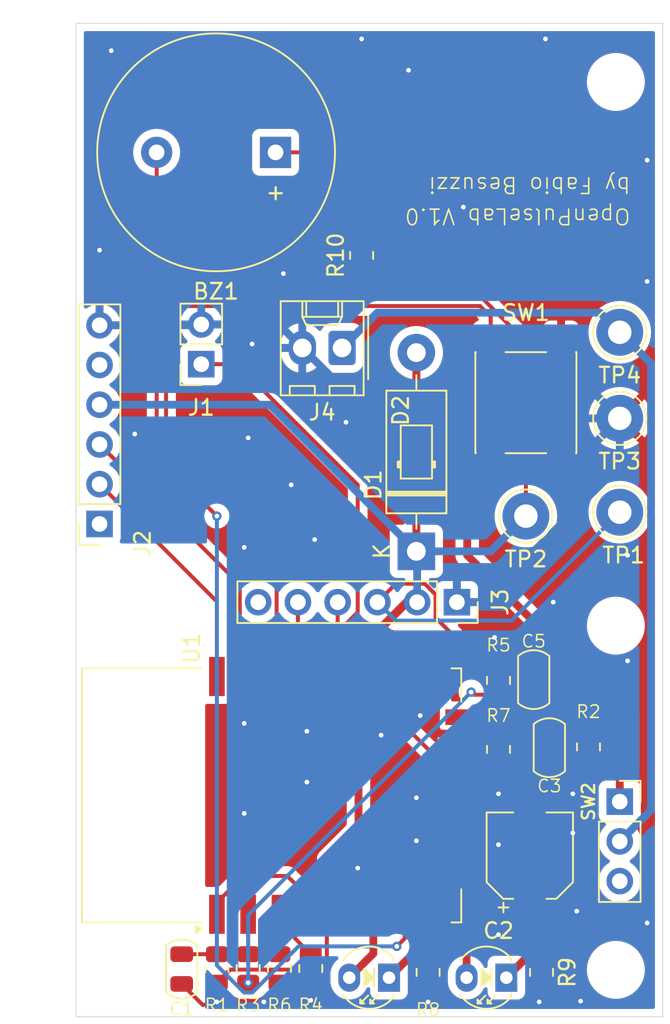
<source format=kicad_pcb>
(kicad_pcb (version 20241229) (generator "pcbnew") (generator_version "9.0")
  (layers (0 "F.Cu" signal) (2 "B.Cu" signal) (13 "F.Paste" user) (15 "B.Paste" user) (5 "F.SilkS" user "F.Silkscreen") (7 "B.SilkS" user "B.Silkscreen") (1 "F.Mask" user) (3 "B.Mask" user) (25 "Edge.Cuts" user))
  (net 0 "")
  (net 1 "GND")
  (net 2 "RST")
  (net 3 "VCC")
  (net 4 "Net-(J3-Pin_3)")
  (net 5 "Net-(D1-A)")
  (net 6 "Net-(U1-GPIO15)")
  (net 7 "ADC")
  (net 8 "Net-(R3-Pad2)")
  (net 9 "Net-(U1-EN)")
  (net 10 "Net-(U1-GPIO2)")
  (net 12 "LO-")
  (net 15 "Net-(BZ1-+)")
  (net 17 "TX")
  (net 18 "Net-(J1-Pin_1)")
  (net 21 "LO+")
  (net 23 "RX")
  (net 25 "BUZZER")
  (net 26 "Net-(J4-Pin_1)")
  (net 30 "LED")
  (net 31 "Net-(LED1-K)")
  (net 32 "Net-(LED2-K)")
  (footprint "MountingHole:MountingHole_3.2mm_M3" (layer "F.Cu") (at 97.5 66.25)
    (property "Reference" "REF**" (hide yes))
    (property "Value" "MountingHole_3.2mm_M3" (hide yes))
    (pad "" np_thru_hole circle (at 0 0) (size 3.2 3.2) (drill 3.2) (layers "*.Cu" "*.Mask"))
  )
  (footprint "Resistor_SMD:R_0805_2012Metric" (layer "F.Cu") (at 85.5 88.4125 -90)
    (property "Reference" "R8" (at 2.3875 0 180) (layer "F.SilkS") (effects (font (size 0.8 0.8) (thickness 0.1))))
    (property "Value" "100")
    (fp_line (start -0.227064 0.735) (end 0.227064 0.735) (stroke (width 0.12)) (layer "F.SilkS"))
    (fp_line (start -0.227064 -0.735) (end 0.227064 -0.735) (stroke (width 0.12)) (layer "F.SilkS"))
    (pad "1" smd roundrect (at -0.9125 0 270) (size 1.025 1.4) (layers "F.Cu" "F.Mask" "F.Paste") (roundrect_rratio 0.243902) (net 31 "Net-(LED1-K)"))
    (pad "2" smd roundrect (at 0.9125 0 270) (size 1.025 1.4) (layers "F.Cu" "F.Mask" "F.Paste") (roundrect_rratio 0.243902) (net 1 "GND"))
  )
  (footprint "Resistor_SMD:R_0805_2012Metric" (layer "F.Cu") (at 90 69.75 90)
    (property "Reference" "R5" (at 2.25 0 180) (layer "F.SilkS") (effects (font (size 0.8 0.8) (thickness 0.1) (bold yes))))
    (property "Value" "22K" (hide yes))
    (fp_line (start -0.227064 -0.735) (end 0.227064 -0.735) (stroke (width 0.12)) (layer "F.SilkS"))
    (fp_line (start -0.227064 0.735) (end 0.227064 0.735) (stroke (width 0.12)) (layer "F.SilkS"))
    (pad "1" smd roundrect (at -0.9125 0 90) (size 1.025 1.4) (layers "F.Cu" "F.Mask" "F.Paste") (roundrect_rratio 0.243902) (net 8 "Net-(R3-Pad2)"))
    (pad "2" smd roundrect (at 0.9125 0 90) (size 1.025 1.4) (layers "F.Cu" "F.Mask" "F.Paste") (roundrect_rratio 0.243902) (net 4 "Net-(J3-Pin_3)"))
  )
  (footprint "Capacitor_SMD:CP_Elec_5x5.3" (layer "F.Cu") (at 92 80.95 90)
    (property "Reference" "C2" (at -4.8 -2 180) (layer "F.SilkS"))
    (property "Value" "100uF")
    (fp_line (start 2.76 -2.76) (end 2.76 -1.06) (stroke (width 0.12)) (layer "F.SilkS"))
    (fp_line (start -1.695563 -2.76) (end 2.76 -2.76) (stroke (width 0.12)) (layer "F.SilkS"))
    (fp_line (start -3.3125 -1.9975) (end -3.3125 -1.3725) (stroke (width 0.12)) (layer "F.SilkS"))
    (fp_line (start -2.76 -1.695563) (end -1.695563 -2.76) (stroke (width 0.12)) (layer "F.SilkS"))
    (fp_line (start -2.76 -1.695563) (end -2.76 -1.06) (stroke (width 0.12)) (layer "F.SilkS"))
    (fp_line (start -3.625 -1.685) (end -3 -1.685) (stroke (width 0.12)) (layer "F.SilkS"))
    (fp_line (start -2.76 1.695563) (end -2.76 1.06) (stroke (width 0.12)) (layer "F.SilkS"))
    (fp_line (start -2.76 1.695563) (end -1.695563 2.76) (stroke (width 0.12)) (layer "F.SilkS"))
    (fp_line (start 2.76 2.76) (end 2.76 1.06) (stroke (width 0.12)) (layer "F.SilkS"))
    (fp_line (start -1.695563 2.76) (end 2.76 2.76) (stroke (width 0.12)) (layer "F.SilkS"))
    (pad "1" smd roundrect (at -2.2 0 90) (size 3 1.6) (layers "F.Cu" "F.Mask" "F.Paste") (roundrect_rratio 0.15625) (net 3 "VCC"))
    (pad "2" smd roundrect (at 2.2 0 90) (size 3 1.6) (layers "F.Cu" "F.Mask" "F.Paste") (roundrect_rratio 0.15625) (net 1 "GND"))
  )
  (footprint "Resistor_SMD:R_0805_2012Metric" (layer "F.Cu") (at 95.75 74 -90)
    (property "Reference" "R2" (at -2.25 0 180) (layer "F.SilkS") (effects (font (size 0.8 0.8) (thickness 0.1))))
    (property "Value" "1K" (hide yes))
    (fp_line (start -0.227064 0.735) (end 0.227064 0.735) (stroke (width 0.12)) (layer "F.SilkS"))
    (fp_line (start -0.227064 -0.735) (end 0.227064 -0.735) (stroke (width 0.12)) (layer "F.SilkS"))
    (pad "1" smd roundrect (at -0.9125 0 270) (size 1.025 1.4) (layers "F.Cu" "F.Mask" "F.Paste") (roundrect_rratio 0.243902) (net 6 "Net-(U1-GPIO15)"))
    (pad "2" smd roundrect (at 0.9125 0 270) (size 1.025 1.4) (layers "F.Cu" "F.Mask" "F.Paste") (roundrect_rratio 0.243902) (net 1 "GND"))
  )
  (footprint "Resistor_SMD:R_0805_2012Metric" (layer "F.Cu") (at 90 74.1625 90)
    (property "Reference" "R7" (at 2.1625 0 180) (layer "F.SilkS") (effects (font (size 0.8 0.8) (thickness 0.1) (bold yes))))
    (property "Value" "10K" (hide yes))
    (fp_line (start -0.227064 -0.735) (end 0.227064 -0.735) (stroke (width 0.12)) (layer "F.SilkS"))
    (fp_line (start -0.227064 0.735) (end 0.227064 0.735) (stroke (width 0.12)) (layer "F.SilkS"))
    (pad "1" smd roundrect (at -0.9125 0 90) (size 1.025 1.4) (layers "F.Cu" "F.Mask" "F.Paste") (roundrect_rratio 0.243902) (net 10 "Net-(U1-GPIO2)"))
    (pad "2" smd roundrect (at 0.9125 0 90) (size 1.025 1.4) (layers "F.Cu" "F.Mask" "F.Paste") (roundrect_rratio 0.243902) (net 1 "GND"))
  )
  (footprint "Resistor_SMD:R_0805_2012Metric" (layer "F.Cu") (at 72 88.1625 90)
    (property "Reference" "R1" (at -2.3375 0 0) (layer "F.SilkS") (effects (font (size 0.8 0.8) (thickness 0.1) (bold yes))))
    (property "Value" "10K" (hide yes))
    (fp_line (start -0.227064 -0.735) (end 0.227064 -0.735) (stroke (width 0.12)) (layer "F.SilkS"))
    (fp_line (start -0.227064 0.735) (end 0.227064 0.735) (stroke (width 0.12)) (layer "F.SilkS"))
    (pad "1" smd roundrect (at -0.9125 0 90) (size 1.025 1.4) (layers "F.Cu" "F.Mask" "F.Paste") (roundrect_rratio 0.243902) (net 3 "VCC"))
    (pad "2" smd roundrect (at 0.9125 0 90) (size 1.025 1.4) (layers "F.Cu" "F.Mask" "F.Paste") (roundrect_rratio 0.243902) (net 2 "RST"))
  )
  (footprint "Resistor_SMD:R_0805_2012Metric" (layer "F.Cu") (at 78 88.1625 90)
    (property "Reference" "R4" (at -2.3375 0 180) (layer "F.SilkS") (effects (font (size 0.8 0.8) (thickness 0.1) (bold yes))))
    (property "Value" "22K" (hide yes))
    (fp_line (start -0.227064 -0.735) (end 0.227064 -0.735) (stroke (width 0.12)) (layer "F.SilkS"))
    (fp_line (start -0.227064 0.735) (end 0.227064 0.735) (stroke (width 0.12)) (layer "F.SilkS"))
    (pad "1" smd roundrect (at -0.9125 0 90) (size 1.025 1.4) (layers "F.Cu" "F.Mask" "F.Paste") (roundrect_rratio 0.243902) (net 1 "GND"))
    (pad "2" smd roundrect (at 0.9125 0 90) (size 1.025 1.4) (layers "F.Cu" "F.Mask" "F.Paste") (roundrect_rratio 0.243902) (net 7 "ADC"))
  )
  (footprint "Button_Switch_SMD:SW_Push_1P1T_NO_6x6mm_H9.5mm" (layer "F.Cu") (at 91.75 52 -90)
    (property "Reference" "SW1" (at -5.75 0 180) (layer "F.SilkS"))
    (property "Value" "SW_Push")
    (fp_line (start -3.23 3.23) (end 3.23 3.23) (stroke (width 0.12)) (layer "F.SilkS"))
    (fp_line (start -3.23 3.23) (end -3.23 3.2) (stroke (width 0.12)) (layer "F.SilkS"))
    (fp_line (start 3.23 3.23) (end 3.23 3.2) (stroke (width 0.12)) (layer "F.SilkS"))
    (fp_line (start -3.23 -1.3) (end -3.23 1.3) (stroke (width 0.12)) (layer "F.SilkS"))
    (fp_line (start 3.23 -1.3) (end 3.23 1.3) (stroke (width 0.12)) (layer "F.SilkS"))
    (fp_line (start -3.23 -3.2) (end -3.23 -3.23) (stroke (width 0.12)) (layer "F.SilkS"))
    (fp_line (start -3.23 -3.23) (end 3.23 -3.23) (stroke (width 0.12)) (layer "F.SilkS"))
    (fp_line (start 3.23 -3.23) (end 3.23 -3.2) (stroke (width 0.12)) (layer "F.SilkS"))
    (pad "1" smd rect (at -3.975 -2.25 270) (size 1.55 1.3) (layers "F.Cu" "F.Mask" "F.Paste") (net 1 "GND"))
    (pad "1" smd rect (at 3.975 -2.25 270) (size 1.55 1.3) (layers "F.Cu" "F.Mask" "F.Paste") (net 1 "GND"))
    (pad "2" smd rect (at -3.975 2.25 270) (size 1.55 1.3) (layers "F.Cu" "F.Mask" "F.Paste") (net 2 "RST"))
    (pad "2" smd rect (at 3.975 2.25 270) (size 1.55 1.3) (layers "F.Cu" "F.Mask" "F.Paste") (net 2 "RST"))
  )
  (footprint "Connector_PinSocket_2.54mm:PinSocket_1x02_P2.54mm_Vertical" (layer "F.Cu") (at 71 49.54 180)
    (property "Reference" "J1" (at 0 -2.77 0) (layer "F.SilkS"))
    (property "Value" "PROG")
    (fp_line (start 1.33 1.27) (end 1.33 3.87) (stroke (width 0.12)) (layer "F.SilkS"))
    (fp_line (start 1.33 -1.33) (end 1.33 0) (stroke (width 0.12)) (layer "F.SilkS"))
    (fp_line (start 0 -1.33) (end 1.33 -1.33) (stroke (width 0.12)) (layer "F.SilkS"))
    (fp_line (start -1.33 3.87) (end 1.33 3.87) (stroke (width 0.12)) (layer "F.SilkS"))
    (fp_line (start -1.33 1.27) (end 1.33 1.27) (stroke (width 0.12)) (layer "F.SilkS"))
    (fp_line (start -1.33 1.27) (end -1.33 3.87) (stroke (width 0.12)) (layer "F.SilkS"))
    (pad "1" thru_hole rect (at 0 0 180) (size 1.7 1.7) (drill 1) (layers "*.Cu" "*.Mask") (net 18 "Net-(J1-Pin_1)"))
    (pad "2" thru_hole oval (at 0 2.54 180) (size 1.7 1.7) (drill 1) (layers "*.Cu" "*.Mask") (net 1 "GND"))
  )
  (footprint "Connector_PinSocket_2.54mm:PinSocket_1x06_P2.54mm_Vertical" (layer "F.Cu") (at 87.34 64.75 -90)
    (property "Reference" "J3" (at 0 -2.77 90) (layer "F.SilkS"))
    (property "Value" "ECG")
    (fp_line (start -1.33 14.03) (end 1.33 14.03) (stroke (width 0.12)) (layer "F.SilkS"))
    (fp_line (start -1.33 1.27) (end -1.33 14.03) (stroke (width 0.12)) (layer "F.SilkS"))
    (fp_line (start -1.33 1.27) (end 1.33 1.27) (stroke (width 0.12)) (layer "F.SilkS"))
    (fp_line (start 1.33 1.27) (end 1.33 14.03) (stroke (width 0.12)) (layer "F.SilkS"))
    (fp_line (start 0 -1.33) (end 1.33 -1.33) (stroke (width 0.12)) (layer "F.SilkS"))
    (fp_line (start 1.33 -1.33) (end 1.33 0) (stroke (width 0.12)) (layer "F.SilkS"))
    (pad "1" thru_hole rect (at 0 0 270) (size 1.7 1.7) (drill 1) (layers "*.Cu" "*.Mask") (net 1 "GND"))
    (pad "2" thru_hole oval (at 0 2.54 270) (size 1.7 1.7) (drill 1) (layers "*.Cu" "*.Mask") (net 3 "VCC"))
    (pad "3" thru_hole oval (at 0 5.08 270) (size 1.7 1.7) (drill 1) (layers "*.Cu" "*.Mask") (net 4 "Net-(J3-Pin_3)"))
    (pad "4" thru_hole oval (at 0 7.62 270) (size 1.7 1.7) (drill 1) (layers "*.Cu" "*.Mask") (net 12 "LO-"))
    (pad "5" thru_hole oval (at 0 10.16 270) (size 1.7 1.7) (drill 1) (layers "*.Cu" "*.Mask") (net 21 "LO+"))
    (pad "6" thru_hole oval (at 0 12.7 270) (size 1.7 1.7) (drill 1) (layers "*.Cu" "*.Mask"))
  )
  (footprint "TestPoint:TestPoint_Loop_D2.54mm_Drill1.5mm_Beaded" (layer "F.Cu") (at 97.75 53)
    (property "Reference" "TP3" (at 0 2.75 0) (layer "F.SilkS"))
    (property "Value" "TestPoint" (hide yes))
    (fp_circle (center 0 0) (end 1.7 0) (stroke (width 0.12)) (fill no) (layer "F.SilkS"))
    (pad "1" thru_hole circle (at 0 0) (size 3 3) (drill 1.5) (layers "*.Cu" "*.Mask") (net 1 "GND"))
  )
  (footprint "Resistor_SMD:R_0805_2012Metric" (layer "F.Cu") (at 74 88.1625 -90)
    (property "Reference" "R3" (at 2.3375 0 0) (layer "F.SilkS") (effects (font (size 0.8 0.8) (thickness 0.1) (bold yes))))
    (property "Value" "22K" (hide yes))
    (fp_line (start -0.227064 0.735) (end 0.227064 0.735) (stroke (width 0.12)) (layer "F.SilkS"))
    (fp_line (start -0.227064 -0.735) (end 0.227064 -0.735) (stroke (width 0.12)) (layer "F.SilkS"))
    (pad "1" smd roundrect (at -0.9125 0 270) (size 1.025 1.4) (layers "F.Cu" "F.Mask" "F.Paste") (roundrect_rratio 0.243902) (net 7 "ADC"))
    (pad "2" smd roundrect (at 0.9125 0 270) (size 1.025 1.4) (layers "F.Cu" "F.Mask" "F.Paste") (roundrect_rratio 0.243902) (net 8 "Net-(R3-Pad2)"))
  )
  (footprint "Connector_PinSocket_2.54mm:PinSocket_1x06_P2.54mm_Vertical" (layer "F.Cu") (at 64.5 59.75 180)
    (property "Reference" "J2" (at -2.75 -1.25 90) (layer "F.SilkS"))
    (property "Value" "Programmazione")
    (fp_line (start 1.33 1.27) (end 1.33 14.03) (stroke (width 0.12)) (layer "F.SilkS"))
    (fp_line (start 1.33 -1.33) (end 1.33 0) (stroke (width 0.12)) (layer "F.SilkS"))
    (fp_line (start 0 -1.33) (end 1.33 -1.33) (stroke (width 0.12)) (layer "F.SilkS"))
    (fp_line (start -1.33 14.03) (end 1.33 14.03) (stroke (width 0.12)) (layer "F.SilkS"))
    (fp_line (start -1.33 1.27) (end 1.33 1.27) (stroke (width 0.12)) (layer "F.SilkS"))
    (fp_line (start -1.33 1.27) (end -1.33 14.03) (stroke (width 0.12)) (layer "F.SilkS"))
    (pad "1" thru_hole rect (at 0 0 180) (size 1.7 1.7) (drill 1) (layers "*.Cu" "*.Mask"))
    (pad "2" thru_hole oval (at 0 2.54 180) (size 1.7 1.7) (drill 1) (layers "*.Cu" "*.Mask") (net 17 "TX"))
    (pad "3" thru_hole oval (at 0 5.08 180) (size 1.7 1.7) (drill 1) (layers "*.Cu" "*.Mask") (net 23 "RX"))
    (pad "4" thru_hole oval (at 0 7.62 180) (size 1.7 1.7) (drill 1) (layers "*.Cu" "*.Mask") (net 3 "VCC"))
    (pad "5" thru_hole oval (at 0 10.16 180) (size 1.7 1.7) (drill 1) (layers "*.Cu" "*.Mask"))
    (pad "6" thru_hole oval (at 0 12.7 180) (size 1.7 1.7) (drill 1) (layers "*.Cu" "*.Mask") (net 1 "GND"))
  )
  (footprint "Connector_Molex:Molex_KK-254_AE-6410-02A_1x02_P2.54mm_Vertical" (layer "F.Cu") (at 80 48.5 180)
    (property "Reference" "J4" (at 1.27 -4.12 0) (layer "F.SilkS"))
    (property "Value" "BATT")
    (fp_line (start 3.92 2.99) (end 3.92 -3.03) (stroke (width 0.12)) (layer "F.SilkS"))
    (fp_line (start 3.92 -3.03) (end -1.38 -3.03) (stroke (width 0.12)) (layer "F.SilkS"))
    (fp_line (start 3.34 -2.43) (end 3.34 -3.03) (stroke (width 0.12)) (layer "F.SilkS"))
    (fp_line (start 2.54 1.99) (end 2.54 2.99) (stroke (width 0.12)) (layer "F.SilkS"))
    (fp_line (start 2.29 2.99) (end 2.29 1.99) (stroke (width 0.12)) (layer "F.SilkS"))
    (fp_line (start 2.29 1.46) (end 2.54 1.99) (stroke (width 0.12)) (layer "F.SilkS"))
    (fp_line (start 1.74 -2.43) (end 3.34 -2.43) (stroke (width 0.12)) (layer "F.SilkS"))
    (fp_line (start 1.74 -3.03) (end 1.74 -2.43) (stroke (width 0.12)) (layer "F.SilkS"))
    (fp_line (start 0.8 -2.43) (end 0.8 -3.03) (stroke (width 0.12)) (layer "F.SilkS"))
    (fp_line (start 0.25 2.99) (end 0.25 1.99) (stroke (width 0.12)) (layer "F.SilkS"))
    (fp_line (start 0.25 1.46) (end 2.29 1.46) (stroke (width 0.12)) (layer "F.SilkS"))
    (fp_line (start 0 2.99) (end 0 1.99) (stroke (width 0.12)) (layer "F.SilkS"))
    (fp_line (start 0 1.99) (end 2.54 1.99) (stroke (width 0.12)) (layer "F.SilkS"))
    (fp_line (start 0 1.99) (end 0.25 1.46) (stroke (width 0.12)) (layer "F.SilkS"))
    (fp_line (start -0.8 -2.43) (end 0.8 -2.43) (stroke (width 0.12)) (layer "F.SilkS"))
    (fp_line (start -0.8 -3.03) (end -0.8 -2.43) (stroke (width 0.12)) (layer "F.SilkS"))
    (fp_line (start -1.38 2.99) (end 3.92 2.99) (stroke (width 0.12)) (layer "F.SilkS"))
    (fp_line (start -1.38 -3.03) (end -1.38 2.99) (stroke (width 0.12)) (layer "F.SilkS"))
    (fp_line (start -1.67 -2) (end -1.67 2) (stroke (width 0.12)) (layer "F.SilkS"))
    (pad "1" thru_hole roundrect (at 0 0 180) (size 1.74 2.19) (drill 1.19) (layers "*.Cu" "*.Mask") (roundrect_rratio 0.143678) (net 26 "Net-(J4-Pin_1)"))
    (pad "2" thru_hole oval (at 2.54 0 180) (size 1.74 2.19) (drill 1.19) (layers "*.Cu" "*.Mask") (net 1 "GND"))
  )
  (footprint "Connector_PinSocket_2.54mm:PinSocket_1x03_P2.54mm_Vertical" (layer "F.Cu") (at 97.75 77.5)
    (property "Reference" "SW2" (at -2 0 90) (layer "F.SilkS") (effects (font (size 0.8 0.8))))
    (property "Value" "SW_DIP_x01" (hide yes))
    (fp_line (start -1.33 1.27) (end -1.33 6.41) (stroke (width 0.12)) (layer "F.SilkS"))
    (fp_line (start -1.33 1.27) (end 1.33 1.27) (stroke (width 0.12)) (layer "F.SilkS"))
    (fp_line (start -1.33 6.41) (end 1.33 6.41) (stroke (width 0.12)) (layer "F.SilkS"))
    (fp_line (start 0 -1.33) (end 1.33 -1.33) (stroke (width 0.12)) (layer "F.SilkS"))
    (fp_line (start 1.33 -1.33) (end 1.33 0) (stroke (width 0.12)) (layer "F.SilkS"))
    (fp_line (start 1.33 1.27) (end 1.33 6.41) (stroke (width 0.12)) (layer "F.SilkS"))
    (pad "1" thru_hole rect (at 0 0) (size 1.7 1.7) (drill 1) (layers "*.Cu" "*.Mask") (net 5 "Net-(D1-A)"))
    (pad "2" thru_hole oval (at 0 2.54) (size 1.7 1.7) (drill 1) (layers "*.Cu" "*.Mask") (net 26 "Net-(J4-Pin_1)"))
    (pad "3" thru_hole oval (at 0 5.08) (size 1.7 1.7) (drill 1) (layers "*.Cu" "*.Mask"))
  )
  (footprint "TestPoint:TestPoint_Loop_D2.54mm_Drill1.5mm_Beaded" (layer "F.Cu") (at 97.75 47.5)
    (property "Reference" "TP4" (at 0 2.75 0) (layer "F.SilkS"))
    (property "Value" "TestPoint" (hide yes))
    (fp_circle (center 0 0) (end 1.7 0) (stroke (width 0.12)) (fill no) (layer "F.SilkS"))
    (pad "1" thru_hole circle (at 0 0) (size 3 3) (drill 1.5) (layers "*.Cu" "*.Mask") (net 26 "Net-(J4-Pin_1)"))
  )
  (footprint "TestPoint:TestPoint_Loop_D2.54mm_Drill1.5mm_Beaded" (layer "F.Cu") (at 91.75 59.25)
    (property "Reference" "TP2" (at 0 2.75 0) (layer "F.SilkS"))
    (property "Value" "TestPoint" (hide yes))
    (fp_circle (center 0 0) (end 1.7 0) (stroke (width 0.12)) (fill no) (layer "F.SilkS"))
    (pad "1" thru_hole circle (at 0 0) (size 3 3) (drill 1.5) (layers "*.Cu" "*.Mask") (net 3 "VCC"))
  )
  (footprint "PCM_LED_THT_AKL:LED_D3.0mm" (layer "F.Cu") (at 90.5 88.75 180)
    (property "Reference" "LED2" (hide yes))
    (property "Value" "POWER" (hide yes))
    (fp_line (start 1.3335 -1.143) (end 1.8415 -1.651) (stroke (width 0.12)) (layer "F.SilkS"))
    (fp_line (start 0.9525 -0.5715) (end 0.9525 0.5715) (stroke (width 0.12)) (layer "F.SilkS"))
    (fp_line (start 0.6985 -1.143) (end 1.2065 -1.651) (stroke (width 0.12)) (layer "F.SilkS"))
    (fp_line (start -0.29 1.05) (end -0.29 1.236) (stroke (width 0.12)) (layer "F.SilkS"))
    (fp_line (start -0.29 -1.236) (end -0.29 -1.05) (stroke (width 0.12)) (layer "F.SilkS"))
    (fp_arc (start 2.942335 1.078608) (mid 1.366487 1.987659) (end -0.29 1.235516) (stroke (width 0.12)) (layer "F.SilkS"))
    (fp_arc (start -0.29 -1.235516) (mid 1.366487 -1.987659) (end 2.942335 -1.078608) (stroke (width 0.12)) (layer "F.SilkS"))
    (fp_poly (pts (xy 1.8415 -1.397) (xy 1.5875 -1.651) (xy 1.8415 -1.651)) (stroke (width 0.12)) (fill yes) (layer "F.SilkS"))
    (fp_poly (pts (xy 1.5875 0.5715) (xy 0.9525 0) (xy 1.5875 -0.5715)) (stroke (width 0.12)) (fill yes) (layer "F.SilkS"))
    (fp_poly (pts (xy 1.2065 -1.397) (xy 0.9525 -1.651) (xy 1.2065 -1.651)) (stroke (width 0.12)) (fill yes) (layer "F.SilkS"))
    (pad "1" thru_hole rect (at 0 0 180) (size 1.4 1.8) (drill 0.8) (layers "*.Cu" "*.Mask") (net 32 "Net-(LED2-K)"))
    (pad "2" thru_hole oval (at 2.54 0 180) (size 1.4 1.8) (drill 0.8) (layers "*.Cu" "*.Mask") (net 3 "VCC"))
  )
  (footprint "Diode_THT:D_DO-15_P12.70mm_Horizontal" (layer "F.Cu") (at 84.75 61.5 90)
    (property "Reference" "D1" (at 4.25 -2.75 90) (layer "F.SilkS"))
    (property "Value" "D")
    (fp_line (start 10.27 -1.92) (end 2.43 -1.92) (stroke (width 0.12)) (layer "F.SilkS"))
    (fp_line (start 3.81 -1.92) (end 3.81 1.92) (stroke (width 0.12)) (layer "F.SilkS"))
    (fp_line (start 3.69 -1.92) (end 3.69 1.92) (stroke (width 0.12)) (layer "F.SilkS"))
    (fp_line (start 3.57 -1.92) (end 3.57 1.92) (stroke (width 0.12)) (layer "F.SilkS"))
    (fp_line (start 2.43 -1.92) (end 2.43 1.92) (stroke (width 0.12)) (layer "F.SilkS"))
    (fp_line (start 11.26 0) (end 10.27 0) (stroke (width 0.12)) (layer "F.SilkS"))
    (fp_line (start 1.44 0) (end 2.43 0) (stroke (width 0.12)) (layer "F.SilkS"))
    (fp_line (start 10.27 1.92) (end 10.27 -1.92) (stroke (width 0.12)) (layer "F.SilkS"))
    (fp_line (start 2.43 1.92) (end 10.27 1.92) (stroke (width 0.12)) (layer "F.SilkS"))
    (fp_text user "K" (at 0 -2.2 90) (layer "F.SilkS"))
    (pad "1" thru_hole rect (at 0 0 90) (size 2.4 2.4) (drill 1.2) (layers "*.Cu" "*.Mask") (net 3 "VCC"))
    (pad "2" thru_hole oval (at 12.7 0 90) (size 2.4 2.4) (drill 1.2) (layers "*.Cu" "*.Mask") (net 5 "Net-(D1-A)"))
  )
  (footprint "PCM_Diode_SMD_AKL:D_0805_2012Metric" (layer "F.Cu") (at 84.75 55.15 90)
    (property "Reference" "D2" (at 2.65 -1 90) (layer "F.SilkS"))
    (property "Value" "D" (hide yes))
    (fp_line (start 1.7 -1) (end 1.7 1) (stroke (width 0.12)) (layer "F.SilkS"))
    (fp_line (start -1.7 -1) (end 1.7 -1) (stroke (width 0.12)) (layer "F.SilkS"))
    (fp_line (start -1.7 -0.127) (end -1.7 -1) (stroke (width 0.12)) (layer "F.SilkS"))
    (fp_line (start 1.7 1) (end -1.7 1) (stroke (width 0.12)) (layer "F.SilkS"))
    (fp_line (start -1.7 1) (end -1.7 -0.127) (stroke (width 0.12)) (layer "F.SilkS"))
    (fp_poly (pts (xy -0.6 -1) (xy -1 -1) (xy -1 -1.2) (xy -0.6 -1.2)) (stroke (width 0.1)) (fill yes) (layer "F.SilkS"))
    (fp_poly (pts (xy -0.6 1.2) (xy -1 1.2) (xy -1 1) (xy -0.6 1)) (stroke (width 0.1)) (fill yes) (layer "F.SilkS"))
    (pad "1" smd roundrect (at -0.9375 0 90) (size 0.975 1.4) (layers "F.Cu" "F.Mask" "F.Paste") (net 3 "VCC"))
    (pad "2" smd roundrect (at 0.9375 0 90) (size 0.975 1.4) (layers "F.Cu" "F.Mask" "F.Paste") (net 5 "Net-(D1-A)"))
  )
  (footprint "PCM_LED_THT_AKL:LED_D3.0mm" (layer "F.Cu") (at 83 88.75 180)
    (property "Reference" "LED1" (hide yes))
    (property "Value" "ERROR" (hide yes))
    (fp_line (start 1.3335 -1.143) (end 1.8415 -1.651) (stroke (width 0.12)) (layer "F.SilkS"))
    (fp_line (start 0.9525 -0.5715) (end 0.9525 0.5715) (stroke (width 0.12)) (layer "F.SilkS"))
    (fp_line (start 0.6985 -1.143) (end 1.2065 -1.651) (stroke (width 0.12)) (layer "F.SilkS"))
    (fp_line (start -0.29 1.05) (end -0.29 1.236) (stroke (width 0.12)) (layer "F.SilkS"))
    (fp_line (start -0.29 -1.236) (end -0.29 -1.05) (stroke (width 0.12)) (layer "F.SilkS"))
    (fp_arc (start 2.942335 1.078608) (mid 1.366487 1.987659) (end -0.29 1.235516) (stroke (width 0.12)) (layer "F.SilkS"))
    (fp_arc (start -0.29 -1.235516) (mid 1.366487 -1.987659) (end 2.942335 -1.078608) (stroke (width 0.12)) (layer "F.SilkS"))
    (fp_poly (pts (xy 1.8415 -1.397) (xy 1.5875 -1.651) (xy 1.8415 -1.651)) (stroke (width 0.12)) (fill yes) (layer "F.SilkS"))
    (fp_poly (pts (xy 1.5875 0.5715) (xy 0.9525 0) (xy 1.5875 -0.5715)) (stroke (width 0.12)) (fill yes) (layer "F.SilkS"))
    (fp_poly (pts (xy 1.2065 -1.397) (xy 0.9525 -1.651) (xy 1.2065 -1.651)) (stroke (width 0.12)) (fill yes) (layer "F.SilkS"))
    (pad "1" thru_hole rect (at 0 0 180) (size 1.4 1.8) (drill 0.8) (layers "*.Cu" "*.Mask") (net 31 "Net-(LED1-K)"))
    (pad "2" thru_hole oval (at 2.54 0 180) (size 1.4 1.8) (drill 0.8) (layers "*.Cu" "*.Mask") (net 30 "LED"))
  )
  (footprint "MountingHole:MountingHole_3.2mm_M3" (layer "F.Cu") (at 66 66.25)
    (property "Reference" "REF**" (hide yes))
    (property "Value" "MountingHole_3.2mm_M3" (hide yes))
    (pad "" np_thru_hole circle (at 0 0) (size 3.2 3.2) (drill 3.2) (layers "*.Cu" "*.Mask"))
  )
  (footprint "MountingHole:MountingHole_3.2mm_M3" (layer "F.Cu") (at 97.5 31.5)
    (property "Reference" "REF**" (hide yes))
    (property "Value" "MountingHole_3.2mm_M3" (hide yes))
    (pad "" np_thru_hole circle (at 0 0) (size 3.2 3.2) (drill 3.2) (layers "*.Cu" "*.Mask"))
  )
  (footprint "PCM_Capacitor_SMD_AKL:C_0805_2012Metric" (layer "F.Cu") (at 69.75 88.2 -90)
    (property "Reference" "C1" (at 2.55 0 0) (layer "F.SilkS") (effects (font (size 0.8 0.8) (thickness 0.1) (bold yes))))
    (property "Value" "0,1uF" (hide yes))
    (fp_line (start -1.5 1) (end 1.5 1) (stroke (width 0.12)) (layer "F.SilkS"))
    (fp_line (start 1.5 -1) (end -1.5 -1) (stroke (width 0.12)) (layer "F.SilkS"))
    (fp_arc (start -1.5 1) (mid -1.880894 0) (end -1.5 -1) (stroke (width 0.12)) (layer "F.SilkS"))
    (fp_arc (start 1.5 -1) (mid 1.880894 0) (end 1.5 1) (stroke (width 0.12)) (layer "F.SilkS"))
    (pad "1" smd roundrect (at -0.95 0 270) (size 1 1.45) (layers "F.Cu" "F.Mask" "F.Paste") (net 2 "RST"))
    (pad "2" smd roundrect (at 0.95 0 270) (size 1 1.45) (layers "F.Cu" "F.Mask" "F.Paste") (net 1 "GND"))
  )
  (footprint "Resistor_SMD:R_0805_2012Metric" (layer "F.Cu") (at 92.75 88.4125 -90)
    (property "Reference" "R9" (at 0 -1.65 90) (layer "F.SilkS"))
    (property "Value" "100")
    (fp_line (start -0.227064 0.735) (end 0.227064 0.735) (stroke (width 0.12)) (layer "F.SilkS"))
    (fp_line (start -0.227064 -0.735) (end 0.227064 -0.735) (stroke (width 0.12)) (layer "F.SilkS"))
    (pad "1" smd roundrect (at -0.9125 0 270) (size 1.025 1.4) (layers "F.Cu" "F.Mask" "F.Paste") (roundrect_rratio 0.243902) (net 32 "Net-(LED2-K)"))
    (pad "2" smd roundrect (at 0.9125 0 270) (size 1.025 1.4) (layers "F.Cu" "F.Mask" "F.Paste") (roundrect_rratio 0.243902) (net 1 "GND"))
  )
  (footprint "MountingHole:MountingHole_3.2mm_M3" (layer "F.Cu") (at 97.5 88.25)
    (property "Reference" "REF**" (hide yes))
    (property "Value" "MountingHole_3.2mm_M3" (hide yes))
    (pad "" np_thru_hole circle (at 0 0) (size 3.2 3.2) (drill 3.2) (layers "*.Cu" "*.Mask"))
  )
  (footprint "TestPoint:TestPoint_Loop_D2.54mm_Drill1.5mm_Beaded" (layer "F.Cu") (at 97.75 59)
    (property "Reference" "TP1" (at 0.25 2.75 0) (layer "F.SilkS"))
    (property "Value" "TestPoint" (hide yes))
    (fp_circle (center 0 0) (end 1.7 0) (stroke (width 0.12)) (fill no) (layer "F.SilkS"))
    (pad "1" thru_hole circle (at 0 0) (size 3 3) (drill 1.5) (layers "*.Cu" "*.Mask") (net 4 "Net-(J3-Pin_3)"))
  )
  (footprint "PCM_Capacitor_SMD_AKL:C_0805_2012Metric" (layer "F.Cu") (at 92.25 69.7 -90)
    (property "Reference" "C5" (at -2.45 0 0) (layer "F.SilkS") (effects (font (size 0.8 0.8) (thickness 0.1) (bold yes))))
    (property "Value" "C" (hide yes))
    (fp_line (start -1.5 1) (end 1.5 1) (stroke (width 0.12)) (layer "F.SilkS"))
    (fp_line (start 1.5 -1) (end -1.5 -1) (stroke (width 0.12)) (layer "F.SilkS"))
    (fp_arc (start -1.5 1) (mid -1.880894 0) (end -1.5 -1) (stroke (width 0.12)) (layer "F.SilkS"))
    (fp_arc (start 1.5 -1) (mid 1.880894 0) (end 1.5 1) (stroke (width 0.12)) (layer "F.SilkS"))
    (pad "1" smd roundrect (at -0.95 0 270) (size 1 1.45) (layers "F.Cu" "F.Mask" "F.Paste") (net 4 "Net-(J3-Pin_3)"))
    (pad "2" smd roundrect (at 0.95 0 270) (size 1 1.45) (layers "F.Cu" "F.Mask" "F.Paste") (net 1 "GND"))
  )
  (footprint "RF_Module:ESP-12E" (layer "F.Cu") (at 75.5 77.1 90)
    (property "Reference" "U1" (at 9.4 -5.1 90) (layer "F.SilkS"))
    (property "Value" "ESP-12F")
    (fp_line (start 8.12 -12.12) (end 8.12 -4.5) (stroke (width 0.12)) (layer "F.SilkS"))
    (fp_line (start -8.12 -12.12) (end 8.12 -12.12) (stroke (width 0.12)) (layer "F.SilkS"))
    (fp_line (start -8.12 -4.5) (end -8.12 -12.12) (stroke (width 0.12)) (layer "F.SilkS"))
    (fp_line (start 8.12 11.5) (end 8.12 12.12) (stroke (width 0.12)) (layer "F.SilkS"))
    (fp_line (start 8.12 12.12) (end 6 12.12) (stroke (width 0.12)) (layer "F.SilkS"))
    (fp_line (start -6 12.12) (end -8.12 12.12) (stroke (width 0.12)) (layer "F.SilkS"))
    (fp_line (start -8.12 12.12) (end -8.12 11.5) (stroke (width 0.12)) (layer "F.SilkS"))
    (fp_poly (pts (xy -8.55 -4.5) (xy -8.79 -4.836) (xy -8.31 -4.836) (xy -8.55 -4.5)) (stroke (width 0.12)) (fill yes) (layer "F.SilkS"))
    (pad "1" smd rect (at -7.6 -3.5 90) (size 2.5 1) (layers "F.Cu" "F.Mask" "F.Paste") (net 2 "RST"))
    (pad "2" smd rect (at -7.6 -1.5 90) (size 2.5 1) (layers "F.Cu" "F.Mask" "F.Paste") (net 7 "ADC"))
    (pad "3" smd rect (at -7.6 0.5 90) (size 2.5 1) (layers "F.Cu" "F.Mask" "F.Paste") (net 9 "Net-(U1-EN)"))
    (pad "4" smd rect (at -7.6 2.5 90) (size 2.5 1) (layers "F.Cu" "F.Mask" "F.Paste"))
    (pad "5" smd rect (at -7.6 4.5 90) (size 2.5 1) (layers "F.Cu" "F.Mask" "F.Paste"))
    (pad "6" smd rect (at -7.6 6.5 90) (size 2.5 1) (layers "F.Cu" "F.Mask" "F.Paste") (net 30 "LED"))
    (pad "7" smd rect (at -7.6 8.5 90) (size 2.5 1) (layers "F.Cu" "F.Mask" "F.Paste") (net 25 "BUZZER"))
    (pad "8" smd rect (at -7.6 10.5 90) (size 2.5 1) (layers "F.Cu" "F.Mask" "F.Paste") (net 3 "VCC"))
    (pad "9" smd rect (at -5 12 90) (size 1 1.8) (layers "F.Cu" "F.Mask" "F.Paste"))
    (pad "10" smd rect (at -3 12 90) (size 1 1.8) (layers "F.Cu" "F.Mask" "F.Paste"))
    (pad "11" smd rect (at -1 12 90) (size 1 1.8) (layers "F.Cu" "F.Mask" "F.Paste"))
    (pad "12" smd rect (at 1 12 90) (size 1 1.8) (layers "F.Cu" "F.Mask" "F.Paste"))
    (pad "13" smd rect (at 3 12 90) (size 1 1.8) (layers "F.Cu" "F.Mask" "F.Paste"))
    (pad "14" smd rect (at 5 12 90) (size 1 1.8) (layers "F.Cu" "F.Mask" "F.Paste"))
    (pad "15" smd rect (at 7.6 10.5 90) (size 2.5 1) (layers "F.Cu" "F.Mask" "F.Paste") (net 1 "GND"))
    (pad "16" smd rect (at 7.6 8.5 90) (size 2.5 1) (layers "F.Cu" "F.Mask" "F.Paste") (net 6 "Net-(U1-GPIO15)"))
    (pad "17" smd rect (at 7.6 6.5 90) (size 2.5 1) (layers "F.Cu" "F.Mask" "F.Paste") (net 10 "Net-(U1-GPIO2)"))
    (pad "18" smd rect (at 7.6 4.5 90) (size 2.5 1) (layers "F.Cu" "F.Mask" "F.Paste") (net 18 "Net-(J1-Pin_1)"))
    (pad "19" smd rect (at 7.6 2.5 90) (size 2.5 1) (layers "F.Cu" "F.Mask" "F.Paste") (net 12 "LO-"))
    (pad "20" smd rect (at 7.6 0.5 90) (size 2.5 1) (layers "F.Cu" "F.Mask" "F.Paste") (net 21 "LO+"))
    (pad "21" smd rect (at 7.6 -1.5 90) (size 2.5 1) (layers "F.Cu" "F.Mask" "F.Paste") (net 23 "RX"))
    (pad "22" smd rect (at 7.6 -3.5 90) (size 2.5 1) (layers "F.Cu" "F.Mask" "F.Paste") (net 17 "TX"))
    (zone (net 0) (net_name "") (layers "F.Cu" "B.Cu") (connect_pads (clearance 0)) (min_thickness 0.254)
      (keepout (tracks not_allowed) (vias not_allowed) (pads not_allowed) (copperpour not_allowed) (footprints not_allowed))
      (fill (thermal_gap 0.508) (thermal_bridge_width 0.508))
      (polygon (pts (xy 70.7 85.22) (xy 70.7 68.98) (xy 63.38 68.98) (xy 63.38 85.22)))
    )
  )
  (footprint "Buzzer_Beeper:Buzzer_15x7.5RM7.6" (layer "F.Cu") (at 75.75 36 180)
    (property "Reference" "BZ1" (at 3.81 -8.89 0) (layer "F.SilkS"))
    (property "Value" "Buzzer")
    (fp_circle (center 3.8 0) (end 11.4 0) (stroke (width 0.12)) (fill no) (layer "F.SilkS"))
    (fp_text user "+" (at -0.01 -2.54 0) (layer "F.SilkS"))
    (pad "1" thru_hole rect (at 0 0 180) (size 2 2) (drill 1) (layers "*.Cu" "*.Mask") (net 15 "Net-(BZ1-+)"))
    (pad "2" thru_hole circle (at 7.6 0 180) (size 2 2) (drill 1) (layers "*.Cu" "*.Mask") (net 25 "BUZZER"))
  )
  (footprint "PCM_Capacitor_SMD_AKL:C_0805_2012Metric" (layer "F.Cu") (at 93.25 74.05 90)
    (property "Reference" "C3" (at -2.45 0 180) (layer "F.SilkS") (effects (font (size 0.8 0.8) (thickness 0.1) (bold yes))))
    (property "Value" "0,1uF" (hide yes))
    (fp_line (start 1.5 -1) (end -1.5 -1) (stroke (width 0.12)) (layer "F.SilkS"))
    (fp_line (start -1.5 1) (end 1.5 1) (stroke (width 0.12)) (layer "F.SilkS"))
    (fp_arc (start 1.5 -1) (mid 1.880894 0) (end 1.5 1) (stroke (width 0.12)) (layer "F.SilkS"))
    (fp_arc (start -1.5 1) (mid -1.880894 0) (end -1.5 -1) (stroke (width 0.12)) (layer "F.SilkS"))
    (pad "1" smd roundrect (at -0.95 0 90) (size 1 1.45) (layers "F.Cu" "F.Mask" "F.Paste") (net 3 "VCC"))
    (pad "2" smd roundrect (at 0.95 0 90) (size 1 1.45) (layers "F.Cu" "F.Mask" "F.Paste") (net 1 "GND"))
  )
  (footprint "Resistor_SMD:R_0805_2012Metric" (layer "F.Cu") (at 81.25 42.5875 90)
    (property "Reference" "R10" (at 0 -1.65 90) (layer "F.SilkS"))
    (property "Value" "100")
    (fp_line (start -0.227064 -0.735) (end 0.227064 -0.735) (stroke (width 0.12)) (layer "F.SilkS"))
    (fp_line (start -0.227064 0.735) (end 0.227064 0.735) (stroke (width 0.12)) (layer "F.SilkS"))
    (pad "1" smd roundrect (at -0.9125 0 90) (size 1.025 1.4) (layers "F.Cu" "F.Mask" "F.Paste") (roundrect_rratio 0.243902) (net 3 "VCC"))
    (pad "2" smd roundrect (at 0.9125 0 90) (size 1.025 1.4) (layers "F.Cu" "F.Mask" "F.Paste") (roundrect_rratio 0.243902) (net 15 "Net-(BZ1-+)"))
  )
  (footprint "Resistor_SMD:R_0805_2012Metric" (layer "F.Cu") (at 76 88.1625 90)
    (property "Reference" "R6" (at -2.3375 0 180) (layer "F.SilkS") (effects (font (size 0.8 0.8) (thickness 0.1) (bold yes))))
    (property "Value" "10K" (hide yes))
    (fp_line (start -0.227064 -0.735) (end 0.227064 -0.735) (stroke (width 0.12)) (layer "F.SilkS"))
    (fp_line (start -0.227064 0.735) (end 0.227064 0.735) (stroke (width 0.12)) (layer "F.SilkS"))
    (pad "1" smd roundrect (at -0.9125 0 90) (size 1.025 1.4) (layers "F.Cu" "F.Mask" "F.Paste") (roundrect_rratio 0.243902) (net 3 "VCC"))
    (pad "2" smd roundrect (at 0.9125 0 90) (size 1.025 1.4) (layers "F.Cu" "F.Mask" "F.Paste") (roundrect_rratio 0.243902) (net 9 "Net-(U1-EN)"))
  )
  (footprint "MountingHole:MountingHole_3.2mm_M3" (layer "F.Cu") (at 66 88.25)
    (property "Reference" "REF**" (hide yes))
    (property "Value" "MountingHole_3.2mm_M3" (hide yes))
    (pad "" np_thru_hole circle (at 0 0) (size 3.2 3.2) (drill 3.2) (layers "*.Cu" "*.Mask"))
  )
  (gr_rect (start 63 27.75) (end 100.5 91.25) (stroke (width 0.05)) (fill no) (layer "Edge.Cuts"))
  (gr_text "OpenPulseLab V1.0" (at 98.5 39.5 180) (layer "F.SilkS") (effects (font (size 1 1) (thickness 0.1)) (justify left bottom)))
  (gr_text "by Fabio Besuzzi" (at 98.5 37.5 180) (layer "F.SilkS") (effects (font (size 1 1) (thickness 0.1)) (justify left bottom)))
  (segment (start 71.1 90.5) (end 72 90.3) (width 0.254) (layer "F.Cu") (net 1))
  (segment (start 85.5 90.3) (end 85.7 90.5) (width 0.5) (layer "F.Cu") (net 1))
  (segment (start 85.7 90.5) (end 85.75 90.5) (width 0.5) (layer "F.Cu") (net 1))
  (segment (start 92.8 90.5) (end 93.5 90.5) (width 0.5) (layer "F.Cu") (net 1))
  (segment (start 93.5 90.5) (end 94 90) (width 0.5) (layer "F.Cu") (net 1))
  (segment (start 96.5875 74.9125) (end 95.75 74.9125) (width 0.5) (layer "F.Cu") (net 1))
  (segment (start 94 55.975) (end 94.775 55.975) (width 0.5) (layer "F.Cu") (net 1))
  (segment (start 94.775 55.975) (end 97.75 53) (width 0.5) (layer "F.Cu") (net 1))
  (segment (start 86.25 73.15) (end 89.9 73.15) (width 0.5) (layer "F.Cu") (net 1))
  (segment (start 94 90) (end 94 82.75) (width 0.5) (layer "F.Cu") (net 1))
  (segment (start 75.2 90.5) (end 75.25 90.5) (width 0.254) (layer "F.Cu") (net 1))
  (segment (start 92 75.25) (end 92 78.75) (width 0.5) (layer "F.Cu") (net 1))
  (segment (start 78 89.075) (end 79.425 90.5) (width 0.5) (layer "F.Cu") (net 1))
  (segment (start 92.6 90.3) (end 92.8 90.5) (width 0.5) (layer "F.Cu") (net 1))
  (segment (start 93.9375 73.1) (end 95.75 74.9125) (width 0.5) (layer "F.Cu") (net 1))
  (segment (start 90 73.25) (end 93.1 73.25) (width 0.5) (layer "F.Cu") (net 1))
  (segment (start 72 90.3) (end 72 90.5) (width 0.254) (layer "F.Cu") (net 1))
  (segment (start 92.4 90.5) (end 92.6 90.3) (width 0.5) (layer "F.Cu") (net 1))
  (segment (start 74.8 90.5) (end 75 90.3) (width 0.254) (layer "F.Cu") (net 1))
  (segment (start 85.5 89.325) (end 85.5 89.75) (width 0.5) (layer "F.Cu") (net 1))
  (segment (start 92.75 89.75) (end 92 90.5) (width 0.5) (layer "F.Cu") (net 1))
  (segment (start 92.25 70.65) (end 92.25 71.25) (width 0.254) (layer "F.Cu") (net 1))
  (segment (start 85.3 90.5) (end 85.5 90.3) (width 0.5) (layer "F.Cu") (net 1))
  (segment (start 86 69.5) (end 86 72.9) (width 0.5) (layer "F.Cu") (net 1))
  (segment (start 85.5 89.75) (end 86.25 90.5) (width 0.5) (layer "F.Cu") (net 1))
  (segment (start 92 90.5) (end 92.4 90.5) (width 0.5) (layer "F.Cu") (net 1))
  (segment (start 93.1 73.25) (end 93.25 73.1) (width 0.5) (layer "F.Cu") (net 1))
  (segment (start 89.9 73.15) (end 90 73.25) (width 0.5) (layer "F.Cu") (net 1))
  (segment (start 90 73.25) (end 92 75.25) (width 0.5) (layer "F.Cu") (net 1))
  (segment (start 72 90.5) (end 74.8 90.5) (width 0.254) (layer "F.Cu") (net 1))
  (segment (start 93.25 72.25) (end 93.25 73.1) (width 0.254) (layer "F.Cu") (net 1))
  (segment (start 89.971878 64.75) (end 97.25 72.028122) (width 0.5) (layer "F.Cu") (net 1))
  (segment (start 94 48.025) (end 94 55.975) (width 0.5) (layer "F.Cu") (net 1))
  (segment (start 87.34 64.75) (end 89.971878 64.75) (width 0.5) (layer "F.Cu") (net 1))
  (segment (start 97.25 74.25) (end 96.5875 74.9125) (width 0.5) (layer "F.Cu") (net 1))
  (segment (start 75 90.3) (end 75.2 90.5) (width 0.254) (layer "F.Cu") (net 1))
  (segment (start 86 72.9) (end 86.25 73.15) (width 0.5) (layer "F.Cu") (net 1))
  (segment (start 92.25 71.25) (end 93.25 72.25) (width 0.254) (layer "F.Cu") (net 1))
  (segment (start 95.75 81) (end 95.75 74.9125) (width 0.5) (layer "F.Cu") (net 1))
  (segment (start 94 82.75) (end 95.75 81) (width 0.5) (layer "F.Cu") (net 1))
  (segment (start 86.25 90.5) (end 92 90.5) (width 0.5) (layer "F.Cu") (net 1))
  (segment (start 76.575 90.5) (end 78 89.075) (width 0.254) (layer "F.Cu") (net 1))
  (segment (start 79.425 90.5) (end 85.3 90.5) (width 0.5) (layer "F.Cu") (net 1))
  (segment (start 75.25 90.5) (end 76.575 90.5) (width 0.254) (layer "F.Cu") (net 1))
  (segment (start 85.75 90.5) (end 86.25 90.5) (width 0.5) (layer "F.Cu") (net 1))
  (segment (start 92.75 89.325) (end 92.75 89.75) (width 0.5) (layer "F.Cu") (net 1))
  (segment (start 97.25 72.028122) (end 97.25 74.25) (width 0.5) (layer "F.Cu") (net 1))
  (segment (start 69.75 89.15) (end 71.1 90.5) (width 0.254) (layer "F.Cu") (net 1))
  (segment (start 93.25 73.1) (end 93.9375 73.1) (width 0.5) (layer "F.Cu") (net 1))
  (via (at 84.75 77.25) (size 0.6) (drill 0.3) (layers "F.Cu" "B.Cu") (net 1))
  (via (at 95.25 90.25) (size 0.6) (drill 0.3) (layers "F.Cu" "B.Cu") (net 1))
  (via (at 64.5 42.25) (size 0.6) (drill 0.3) (layers "F.Cu" "B.Cu") (net 1))
  (via (at 90 80.25) (size 0.6) (drill 0.3) (layers "F.Cu" "B.Cu") (net 1))
  (via (at 75 90.3) (size 0.6) (drill 0.3) (layers "F.Cu" "B.Cu") (net 1))
  (via (at 90 86) (size 0.6) (drill 0.3) (layers "F.Cu" "B.Cu") (net 1))
  (via (at 81 81.75) (size 0.6) (drill 0.3) (layers "F.Cu" "B.Cu") (net 1))
  (via (at 73.75 78.25) (size 0.6) (drill 0.3) (layers "F.Cu" "B.Cu") (net 1))
  (via (at 90 77) (size 0.6) (drill 0.3) (layers "F.Cu" "B.Cu") (net 1))
  (via (at 76.75 57.25) (size 0.6) (drill 0.3) (layers "F.Cu" "B.Cu") (net 1))
  (via (at 94.75 79.5) (size 0.6) (drill 0.3) (layers "F.Cu" "B.Cu") (net 1))
  (via (at 74.25 48.25) (size 0.6) (drill 0.3) (layers "F.Cu" "B.Cu") (net 1))
  (via (at 78.25 60.75) (size 0.6) (drill 0.3) (layers "F.Cu" "B.Cu") (net 1))
  (via (at 81.25 28.75) (size 0.6) (drill 0.3) (layers "F.Cu" "B.Cu") (net 1))
  (via (at 82.5 73.25) (size 0.6) (drill 0.3) (layers "F.Cu" "B.Cu") (net 1))
  (via (at 94.75 77) (size 0.6) (drill 0.3) (layers "F.Cu" "B.Cu") (net 1))
  (via (at 99.5 36.5) (size 0.6) (drill 0.3) (layers "F.Cu" "B.Cu") (net 1))
  (via (at 73.75 61.25) (size 0.6) (drill 0.3) (layers "F.Cu" "B.Cu") (net 1))
  (via (at 93 28.75) (size 0.6) (drill 0.3) (layers "F.Cu" "B.Cu") (net 1))
  (via (at 77.75 76.25) (size 0.6) (drill 0.3) (layers "F.Cu" "B.Cu") (net 1))
  (via (at 85 72) (size 0.6) (drill 0.3) (layers "F.Cu" "B.Cu") (net 1))
  (via (at 87.75 39.5) (size 0.6) (drill 0.3) (layers "F.Cu" "B.Cu") (net 1))
  (via (at 85.5 90.3) (size 0.6) (drill 0.3) (layers "F.Cu" "B.Cu") (net 1))
  (via (at 95 84.5) (size 0.6) (drill 0.3) (layers "F.Cu" "B.Cu") (net 1))
  (via (at 92.6 90.3) (size 0.6) (drill 0.3) (layers "F.Cu" "B.Cu") (net 1))
  (via (at 66.75 54) (size 0.6) (drill 0.3) (layers "F.Cu" "B.Cu") (net 1))
  (via (at 78 90.2) (size 0.6) (drill 0.3) (layers "F.Cu" "B.Cu") (net 1))
  (via (at 99.5 44.25) (size 0.6) (drill 0.3) (layers "F.Cu" "B.Cu") (net 1))
  (via (at 99.5 85.25) (size 0.6) (drill 0.3) (layers "F.Cu" "B.Cu") (net 1))
  (via (at 65.25 29.5) (size 0.6) (drill 0.3) (layers "F.Cu" "B.Cu") (net 1))
  (via (at 84.75 80) (size 0.6) (drill 0.3) (layers "F.Cu" "B.Cu") (net 1))
  (via (at 76.25 43.75) (size 0.6) (drill 0.3) (layers "F.Cu" "B.Cu") (net 1))
  (via (at 98.25 61.75) (size 0.6) (drill 0.3) (layers "F.Cu" "B.Cu") (net 1))
  (via (at 77.75 73) (size 0.6) (drill 0.3) (layers "F.Cu" "B.Cu") (net 1))
  (via (at 72 90.3) (size 0.6) (drill 0.3) (layers "F.Cu" "B.Cu") (net 1))
  (via (at 98.25 68.5) (size 0.6) (drill 0.3) (layers "F.Cu" "B.Cu") (net 1))
  (via (at 73.75 72.5) (size 0.6) (drill 0.3) (layers "F.Cu" "B.Cu") (net 1))
  (via (at 74 54.25) (size 0.6) (drill 0.3) (layers "F.Cu" "B.Cu") (net 1))
  (via (at 89.75 67) (size 0.6) (drill 0.3) (layers "F.Cu" "B.Cu") (net 1))
  (via (at 93.5 64.75) (size 0.6) (drill 0.3) (layers "F.Cu" "B.Cu") (net 1))
  (via (at 84.25 30.75) (size 0.6) (drill 0.3) (layers "F.Cu" "B.Cu") (net 1))
  (via (at 80.25 53.25) (size 0.6) (drill 0.3) (layers "F.Cu" "B.Cu") (net 1))
  (segment (start 97.75 56.007717) (end 97.75 53) (width 0.5) (layer "B.Cu") (net 1))
  (segment (start 75.96 47) (end 77.46 48.5) (width 0.5) (layer "B.Cu") (net 1))
  (segment (start 87.34 64.75) (end 89.007717 64.75) (width 0.5) (layer "B.Cu") (net 1))
  (segment (start 71 47) (end 75.96 47) (width 0.5) (layer "B.Cu") (net 1))
  (segment (start 70.95 47.05) (end 71 47) (width 0.5) (layer "B.Cu") (net 1))
  (segment (start 81.96 53) (end 97.75 53) (width 0.5) (layer "B.Cu") (net 1))
  (segment (start 89.007717 64.75) (end 97.75 56.007717) (width 0.5) (layer "B.Cu") (net 1))
  (segment (start 77.46 48.5) (end 81.96 53) (width 0.5) (layer "B.Cu") (net 1))
  (segment (start 64.5 47.05) (end 70.95 47.05) (width 0.5) (layer "B.Cu") (net 1))
  (segment (start 75.817 66.023) (end 75.817 60.317) (width 0.254) (layer "F.Cu") (net 2))
  (segment (start 68.75 46.5) (end 69.427 45.823) (width 0.254) (layer "F.Cu") (net 2))
  (segment (start 69.427 45.823) (end 88.823 45.823) (width 0.254) (layer "F.Cu") (net 2))
  (segment (start 75 66.84) (end 75.817 66.023) (width 0.254) (layer "F.Cu") (net 2))
  (segment (start 75 80.95) (end 75 66.84) (width 0.254) (layer "F.Cu") (net 2))
  (segment (start 68.75 53.25) (end 68.75 46.5) (width 0.254) (layer "F.Cu") (net 2))
  (segment (start 89.5 48.025) (end 89.5 55.975) (width 0.5) (layer "F.Cu") (net 2))
  (segment (start 72 87.25) (end 69.75 87.25) (width 0.254) (layer "F.Cu") (net 2))
  (segment (start 72 83.95) (end 75 80.95) (width 0.254) (layer "F.Cu") (net 2))
  (segment (start 72 87.25) (end 72 84.7) (width 0.254) (layer "F.Cu") (net 2))
  (segment (start 75.817 60.317) (end 68.75 53.25) (width 0.254) (layer "F.Cu") (net 2))
  (segment (start 72 84.7) (end 72 83.95) (width 0.254) (layer "F.Cu") (net 2))
  (segment (start 88.823 45.823) (end 89.5 46.5) (width 0.254) (layer "F.Cu") (net 2))
  (segment (start 89.5 46.5) (end 89.5 48.025) (width 0.254) (layer "F.Cu") (net 2))
  (segment (start 86 84.7) (end 86.75 84.7) (width 0.5) (layer "F.Cu") (net 3))
  (segment (start 81.05 79) (end 86 83.95) (width 0.5) (layer "F.Cu") (net 3))
  (segment (start 79.027 87.758428) (end 78.549928 88.2355) (width 0.254) (layer "F.Cu") (net 3))
  (segment (start 84.8 64.75) (end 84.346 64.75) (width 0.254) (layer "F.Cu") (net 3))
  (segment (start 87.96 85.91) (end 86.75 84.7) (width 0.5) (layer "F.Cu") (net 3))
  (segment (start 81.173 79) (end 81.173 79.173) (width 0.254) (layer "F.Cu") (net 3))
  (segment (start 92 83.15) (end 93.25 81.9) (width 0.5) (layer "F.Cu") (net 3))
  (segment (start 81.173 79) (end 79.027 81.146) (width 0.254) (layer "F.Cu") (net 3))
  (segment (start 91.775 83.375) (end 92 83.15) (width 0.5) (layer "F.Cu") (net 3))
  (segment (start 79.027 81.146) (end 79.027 87.758428) (width 0.254) (layer "F.Cu") (net 3))
  (segment (start 88.3 84.7) (end 89.625 83.375) (width 0.5) (layer "F.Cu") (net 3))
  (segment (start 87.96 88.75) (end 87.96 85.91) (width 0.5) (layer "F.Cu") (net 3))
  (segment (start 84.75 61.5) (end 84.75 56.0875) (width 0.5) (layer "F.Cu") (net 3))
  (segment (start 81.25 43.5) (end 87.142053 43.5) (width 0.254) (layer "F.Cu") (net 3))
  (segment (start 86 84) (end 86 84.7) (width 0.254) (layer "F.Cu") (net 3))
  (segment (start 89.625 83.375) (end 91.775 83.375) (width 0.5) (layer "F.Cu") (net 3))
  (segment (start 86 83.95) (end 86 84.7) (width 0.5) (layer "F.Cu") (net 3))
  (segment (start 91.75 48.107947) (end 91.75 59.25) (width 0.254) (layer "F.Cu") (net 3))
  (segment (start 86.75 84.7) (end 88.3 84.7) (width 0.5) (layer "F.Cu") (net 3))
  (segment (start 84.1 64.75) (end 81.05 67.8) (width 0.5) (layer "F.Cu") (net 3))
  (segment (start 74.75 88.2355) (end 75.1605 88.2355) (width 0.254) (layer "F.Cu") (net 3))
  (segment (start 87.142053 43.5) (end 91.75 48.107947) (width 0.254) (layer "F.Cu") (net 3))
  (segment (start 72.8395 88.2355) (end 74.75 88.2355) (width 0.254) (layer "F.Cu") (net 3))
  (segment (start 75.1605 88.2355) (end 76 89.075) (width 0.254) (layer "F.Cu") (net 3))
  (segment (start 72 89.075) (end 72.8395 88.2355) (width 0.254) (layer "F.Cu") (net 3))
  (segment (start 93.25 81.9) (end 93.25 75) (width 0.5) (layer "F.Cu") (net 3))
  (segment (start 78.549928 88.2355) (end 74.75 88.2355) (width 0.254) (layer "F.Cu") (net 3))
  (segment (start 81.05 67.8) (end 81.05 79) (width 0.5) (layer "F.Cu") (net 3))
  (segment (start 81.173 79.173) (end 86 84) (width 0.254) (layer "F.Cu") (net 3))
  (segment (start 84.8 64.75) (end 84.1 64.75) (width 0.5) (layer "F.Cu") (net 3))
  (segment (start 84.346 64.75) (end 81.173 67.923) (width 0.254) (layer "F.Cu") (net 3))
  (segment (start 81.173 67.923) (end 81.173 79) (width 0.254) (layer "F.Cu") (net 3))
  (segment (start 89.5 61.5) (end 91.75 59.25) (width 0.5) (layer "B.Cu") (net 3))
  (segment (start 75.38 52.13) (end 84.75 61.5) (width 0.5) (layer "B.Cu") (net 3))
  (segment (start 84.75 61.5) (end 89.5 61.5) (width 0.5) (layer "B.Cu") (net 3))
  (segment (start 84.8 61.55) (end 84.75 61.5) (width 0.5) (layer "B.Cu") (net 3))
  (segment (start 84.8 64.75) (end 84.8 61.55) (width 0.5) (layer "B.Cu") (net 3))
  (segment (start 64.5 52.13) (end 75.38 52.13) (width 0.5) (layer "B.Cu") (net 3))
  (segment (start 83.437 63.573) (end 82.26 64.75) (width 0.254) (layer "F.Cu") (net 4))
  (segment (start 85.28753 63.573) (end 83.437 63.573) (width 0.254) (layer "F.Cu") (net 4))
  (segment (start 89.0735 68.8375) (end 85.977 65.741) (width 0.254) (layer "F.Cu") (net 4))
  (segment (start 92.25 68.75) (end 90.0875 68.75) (width 0.254) (layer "F.Cu") (net 4))
  (segment (start 90.0875 68.75) (end 90 68.8375) (width 0.254) (layer "F.Cu") (net 4))
  (segment (start 85.977 64.26247) (end 85.28753 63.573) (width 0.254) (layer "F.Cu") (net 4))
  (segment (start 85.977 65.741) (end 85.977 64.26247) (width 0.254) (layer "F.Cu") (net 4))
  (segment (start 90 68.8375) (end 89.0735 68.8375) (width 0.254) (layer "F.Cu") (net 4))
  (segment (start 82.26 64.75) (end 83.437 65.927) (width 0.254) (layer "B.Cu") (net 4))
  (segment (start 90.823 65.927) (end 97.75 59) (width 0.254) (layer "B.Cu") (net 4))
  (segment (start 83.437 65.927) (end 90.823 65.927) (width 0.254) (layer "B.Cu") (net 4))
  (segment (start 84.75 54.2125) (end 84.75 48.8) (width 0.5) (layer "F.Cu") (net 5))
  (segment (start 88 56.7) (end 88 61.75) (width 0.5) (layer "F.Cu") (net 5))
  (segment (start 98.25 75.25) (end 97.75 75.75) (width 0.5) (layer "F.Cu") (net 5))
  (segment (start 84.75 53.45) (end 88 56.7) (width 0.5) (layer "F.Cu") (net 5))
  (segment (start 88 61.75) (end 98.25 72) (width 0.5) (layer "F.Cu") (net 5))
  (segment (start 97.75 75.75) (end 97.75 77.5) (width 0.5) (layer "F.Cu") (net 5))
  (segment (start 84.75 48.8) (end 84.75 53.45) (width 0.5) (layer "F.Cu") (net 5))
  (segment (start 98.25 72) (end 98.25 75.25) (width 0.5) (layer "F.Cu") (net 5))
  (segment (start 84 68.75) (end 84.827 67.923) (width 0.254) (layer "F.Cu") (net 6))
  (segment (start 93.427 69.677) (end 95.75 72) (width 0.254) (layer "F.Cu") (net 6))
  (segment (start 95.75 72) (end 95.75 73.0875) (width 0.254) (layer "F.Cu") (net 6))
  (segment (start 89.270947 69.677) (end 93.427 69.677) (width 0.254) (layer "F.Cu") (net 6))
  (segment (start 84.827 67.923) (end 87.516947 67.923) (width 0.254) (layer "F.Cu") (net 6))
  (segment (start 84 69.5) (end 84 68.75) (width 0.254) (layer "F.Cu") (net 6))
  (segment (start 87.516947 67.923) (end 89.270947 69.677) (width 0.254) (layer "F.Cu") (net 6))
  (segment (start 74 84.7) (end 74 83) (width 0.254) (layer "F.Cu") (net 7))
  (segment (start 74 83) (end 74.75 82.25) (width 0.254) (layer "F.Cu") (net 7))
  (segment (start 76.5 82.25) (end 77 82.75) (width 0.254) (layer "F.Cu") (net 7))
  (segment (start 77 82.75) (end 77 86.25) (width 0.254) (layer "F.Cu") (net 7))
  (segment (start 74.75 82.25) (end 76.5 82.25) (width 0.254) (layer "F.Cu") (net 7))
  (segment (start 77 86.25) (end 78 87.25) (width 0.254) (layer "F.Cu") (net 7))
  (segment (start 74 87.25) (end 74 84.7) (width 0.254) (layer "F.Cu") (net 7))
  (segment (start 88.4125 70.6625) (end 88.25 70.5) (width 0.254) (layer "F.Cu") (net 8))
  (segment (start 90 70.6625) (end 88.4125 70.6625) (width 0.254) (layer "F.Cu") (net 8))
  (via (at 74 89.075) (size 0.6) (drill 0.3) (layers "F.Cu" "B.Cu") (net 8))
  (via (at 88.25 70.5) (size 0.6) (drill 0.3) (layers "F.Cu" "B.Cu") (net 8))
  (segment (start 88.25 70.5) (end 74 84.75) (width 0.254) (layer "B.Cu") (net 8))
  (segment (start 74 84.75) (end 74 89.075) (width 0.254) (layer "B.Cu") (net 8))
  (segment (start 76 87.25) (end 76 84.7) (width 0.254) (layer "F.Cu") (net 9))
  (segment (start 86.421 75.075) (end 82 70.654) (width 0.254) (layer "F.Cu") (net 10))
  (segment (start 82 70.654) (end 82 69.5) (width 0.254) (layer "F.Cu") (net 10))
  (segment (start 90 75.075) (end 86.421 75.075) (width 0.254) (layer "F.Cu") (net 10))
  (segment (start 79.72 66.03) (end 78 67.75) (width 0.254) (layer "F.Cu") (net 12))
  (segment (start 78 67.75) (end 78 69.5) (width 0.254) (layer "F.Cu") (net 12))
  (segment (start 79.72 64.75) (end 79.72 66.03) (width 0.254) (layer "F.Cu") (net 12))
  (segment (start 77.5 36) (end 81.25 39.75) (width 0.254) (layer "F.Cu") (net 15))
  (segment (start 75.75 36) (end 77.5 36) (width 0.254) (layer "F.Cu") (net 15))
  (segment (start 81.25 39.75) (end 81.25 41.675) (width 0.254) (layer "F.Cu") (net 15))
  (segment (start 64.5 57.21) (end 72 64.71) (width 0.254) (layer "F.Cu") (net 17))
  (segment (start 72 64.71) (end 72 69.5) (width 0.254) (layer "F.Cu") (net 17))
  (segment (start 80 66.392053) (end 81 65.392053) (width 0.254) (layer "F.Cu") (net 18))
  (segment (start 81 65.392053) (end 81 57.25) (width 0.254) (layer "F.Cu") (net 18))
  (segment (start 81 57.25) (end 73.29 49.54) (width 0.254) (layer "F.Cu") (net 18))
  (segment (start 73.29 49.54) (end 71 49.54) (width 0.254) (layer "F.Cu") (net 18))
  (segment (start 80 69.5) (end 80 66.392053) (width 0.254) (layer "F.Cu") (net 18))
  (segment (start 77.18 64.75) (end 77.18 66.32) (width 0.254) (layer "F.Cu") (net 21))
  (segment (start 76 67.5) (end 76 69.5) (width 0.254) (layer "F.Cu") (net 21))
  (segment (start 77.18 66.32) (end 76 67.5) (width 0.254) (layer "F.Cu") (net 21))
  (segment (start 73.463 63.633) (end 64.5 54.67) (width 0.254) (layer "F.Cu") (net 23))
  (segment (start 74 69.5) (end 73.463 68.963) (width 0.254) (layer "F.Cu") (net 23))
  (segment (start 73.463 68.963) (end 73.463 63.633) (width 0.254) (layer "F.Cu") (net 23))
  (segment (start 84 86.25) (end 83.5 86.75) (width 0.254) (layer "F.Cu") (net 25))
  (segment (start 72 59.25) (end 68.15 55.4) (width 0.254) (layer "F.Cu") (net 25))
  (segment (start 84 84.7) (end 84 86.25) (width 0.254) (layer "F.Cu") (net 25))
  (segment (start 68.15 55.4) (end 68.15 36) (width 0.254) (layer "F.Cu") (net 25))
  (via (at 83.5 86.75) (size 0.6) (drill 0.3) (layers "F.Cu" "B.Cu") (net 25))
  (via (at 72 59.25) (size 0.6) (drill 0.3) (layers "F.Cu" "B.Cu") (net 25))
  (segment (start 72 87.961712) (end 72 59.25) (width 0.254) (layer "B.Cu") (net 25))
  (segment (start 83.5 86.75) (end 77.211712 86.75) (width 0.254) (layer "B.Cu") (net 25))
  (segment (start 73.740288 89.702) (end 72 87.961712) (width 0.254) (layer "B.Cu") (net 25))
  (segment (start 74.259712 89.702) (end 73.740288 89.702) (width 0.254) (layer "B.Cu") (net 25))
  (segment (start 77.211712 86.75) (end 74.259712 89.702) (width 0.254) (layer "B.Cu") (net 25))
  (segment (start 97.75 80.04) (end 99.75 78.04) (width 0.5) (layer "B.Cu") (net 26))
  (segment (start 80 48.5) (end 82.25 46.25) (width 0.5) (layer "B.Cu") (net 26))
  (segment (start 99.75 49.5) (end 97.75 47.5) (width 0.5) (layer "B.Cu") (net 26))
  (segment (start 96.5 46.25) (end 97.75 47.5) (width 0.5) (layer "B.Cu") (net 26))
  (segment (start 99.75 78.04) (end 99.75 49.5) (width 0.5) (layer "B.Cu") (net 26))
  (segment (start 82.25 46.25) (end 96.5 46.25) (width 0.5) (layer "B.Cu") (net 26))
  (segment (start 82 84.7) (end 82 87.21) (width 0.5) (layer "F.Cu") (net 30))
  (segment (start 82 87.21) (end 80.46 88.75) (width 0.5) (layer "F.Cu") (net 30))
  (segment (start 85.5 87.5) (end 84.25 87.5) (width 0.5) (layer "F.Cu") (net 31))
  (segment (start 84.25 87.5) (end 83 88.75) (width 0.5) (layer "F.Cu") (net 31))
  (segment (start 92.75 87.5) (end 91.75 87.5) (width 0.5) (layer "F.Cu") (net 32))
  (segment (start 91.75 87.5) (end 90.5 88.75) (width 0.5) (layer "F.Cu") (net 32))
  (zone (net 1) (net_name "GND") (layers "F.Cu" "B.Cu") (connect_pads (clearance 0.5)) (min_thickness 0.25) (fill yes (thermal_gap 0.5) (thermal_bridge_width 0.5))
    (polygon (pts (xy 63 27.75) (xy 100.5 27.75) (xy 100.5 91.25) (xy 71.25 91.25) (xy 71.25 61) (xy 63 61)))
  )
)
</source>
